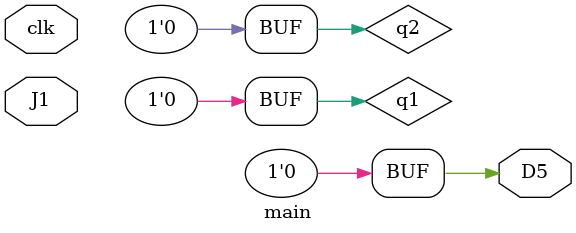
<source format=v>
module main ( input clk, input [3:0] J1, output D5 );

wire q1, q2;

// allows multiple assignments to q1 and q2!

assign q1 = 1'b0;
assign q2 = q1;

assign q1 = 1'b1;
assign q2 = q1;

assign D5 = q2;

endmodule

</source>
